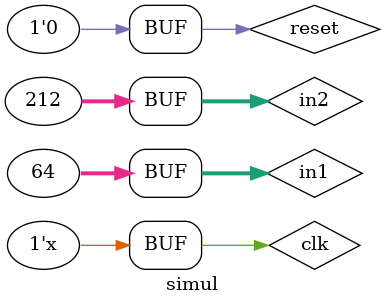
<source format=v>
`timescale 1ns / 1ps


module simul;
parameter WIDTH=32;
wire done;
wire[WIDTH-1:0] out;
reg[WIDTH-1:0] in1,in2;
reg clk,reset;
gcd #(.WIDTH(WIDTH)) g1(in1,in2,clk,reset,out,done);
initial 
begin
clk<=1'b0;
reset<=1'b1;
end
initial
begin
in1<=32'd64;
in2<=32'd212;
#30 reset<=1'b0;
end
always
#10 clk=~clk;
endmodule



</source>
